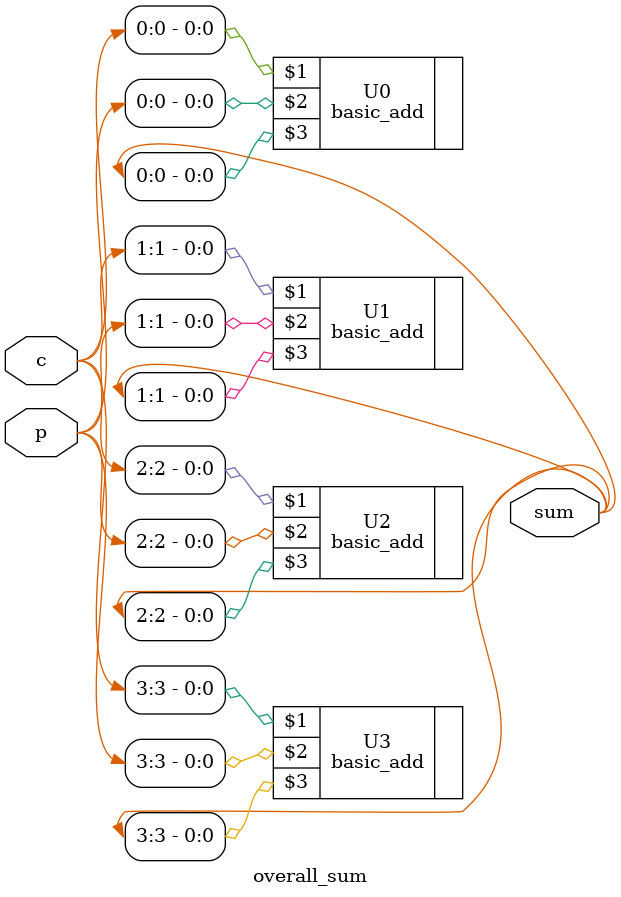
<source format=v>
`timescale 1ns / 1ps


module overall_sum(input [3:0] c, input [3:0] p, output [3:0] sum);
basic_add U0 (c[0], p[0], sum[0]);
basic_add U1 (c[1], p[1], sum[1]);
basic_add U2 (c[2], p[2], sum[2]);
basic_add U3 (c[3], p[3], sum[3]);
endmodule

</source>
